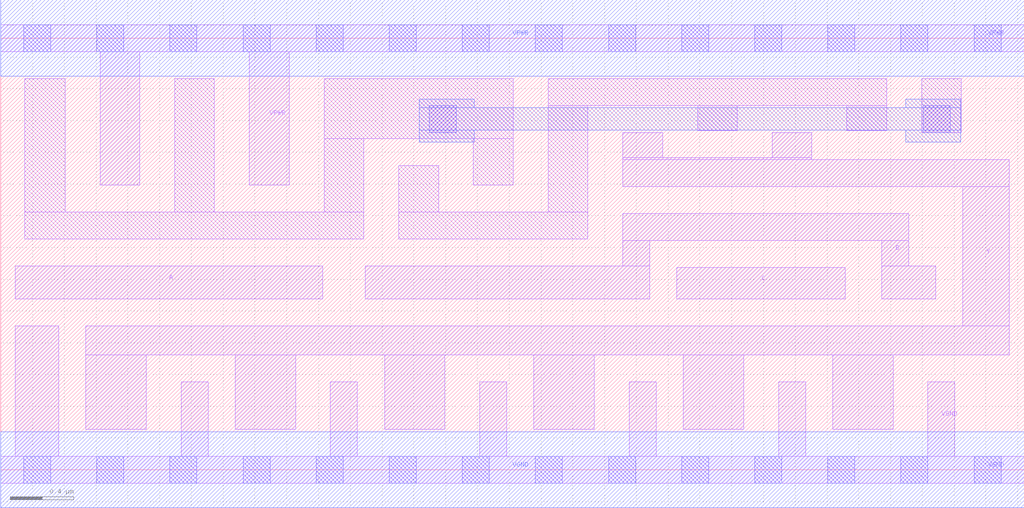
<source format=lef>
# Copyright 2020 The SkyWater PDK Authors
#
# Licensed under the Apache License, Version 2.0 (the "License");
# you may not use this file except in compliance with the License.
# You may obtain a copy of the License at
#
#     https://www.apache.org/licenses/LICENSE-2.0
#
# Unless required by applicable law or agreed to in writing, software
# distributed under the License is distributed on an "AS IS" BASIS,
# WITHOUT WARRANTIES OR CONDITIONS OF ANY KIND, either express or implied.
# See the License for the specific language governing permissions and
# limitations under the License.
#
# SPDX-License-Identifier: Apache-2.0

VERSION 5.7 ;
  NAMESCASESENSITIVE ON ;
  NOWIREEXTENSIONATPIN ON ;
  DIVIDERCHAR "/" ;
  BUSBITCHARS "[]" ;
UNITS
  DATABASE MICRONS 200 ;
END UNITS
PROPERTYDEFINITIONS
  MACRO maskLayoutSubType STRING ;
  MACRO prCellType STRING ;
  MACRO originalViewName STRING ;
END PROPERTYDEFINITIONS
MACRO sky130_fd_sc_hdll__nor3_4
  CLASS CORE ;
  FOREIGN sky130_fd_sc_hdll__nor3_4 ;
  ORIGIN  0.000000  0.000000 ;
  SIZE  6.440000 BY  2.720000 ;
  SYMMETRY X Y R90 ;
  SITE unithd ;
  PIN A
    ANTENNAGATEAREA  1.110000 ;
    DIRECTION INPUT ;
    USE SIGNAL ;
    PORT
      LAYER li1 ;
        RECT 0.090000 1.075000 2.025000 1.285000 ;
    END
  END A
  PIN B
    ANTENNAGATEAREA  1.110000 ;
    DIRECTION INPUT ;
    USE SIGNAL ;
    PORT
      LAYER li1 ;
        RECT 2.295000 1.075000 4.085000 1.285000 ;
        RECT 3.915000 1.285000 4.085000 1.445000 ;
        RECT 3.915000 1.445000 5.715000 1.615000 ;
        RECT 5.545000 1.075000 5.885000 1.285000 ;
        RECT 5.545000 1.285000 5.715000 1.445000 ;
    END
  END B
  PIN C
    ANTENNAGATEAREA  1.110000 ;
    DIRECTION INPUT ;
    USE SIGNAL ;
    PORT
      LAYER li1 ;
        RECT 4.255000 1.075000 5.315000 1.275000 ;
    END
  END C
  PIN Y
    ANTENNADIFFAREA  1.828000 ;
    DIRECTION OUTPUT ;
    USE SIGNAL ;
    PORT
      LAYER li1 ;
        RECT 0.535000 0.255000 0.915000 0.725000 ;
        RECT 0.535000 0.725000 6.345000 0.905000 ;
        RECT 1.475000 0.255000 1.855000 0.725000 ;
        RECT 2.415000 0.255000 2.795000 0.725000 ;
        RECT 3.355000 0.255000 3.735000 0.725000 ;
        RECT 3.915000 1.785000 6.345000 1.955000 ;
        RECT 3.915000 1.955000 5.105000 1.965000 ;
        RECT 3.915000 1.965000 4.165000 2.125000 ;
        RECT 4.295000 0.255000 4.675000 0.725000 ;
        RECT 4.855000 1.965000 5.105000 2.125000 ;
        RECT 5.235000 0.255000 5.615000 0.725000 ;
        RECT 6.055000 0.905000 6.345000 1.785000 ;
    END
  END Y
  PIN VGND
    DIRECTION INOUT ;
    USE GROUND ;
    PORT
      LAYER li1 ;
        RECT 0.000000 -0.085000 6.440000 0.085000 ;
        RECT 0.090000  0.085000 0.365000 0.905000 ;
        RECT 1.135000  0.085000 1.305000 0.555000 ;
        RECT 2.075000  0.085000 2.245000 0.555000 ;
        RECT 3.015000  0.085000 3.185000 0.555000 ;
        RECT 3.955000  0.085000 4.125000 0.555000 ;
        RECT 4.895000  0.085000 5.065000 0.555000 ;
        RECT 5.835000  0.085000 6.005000 0.555000 ;
      LAYER mcon ;
        RECT 0.145000 -0.085000 0.315000 0.085000 ;
        RECT 0.605000 -0.085000 0.775000 0.085000 ;
        RECT 1.065000 -0.085000 1.235000 0.085000 ;
        RECT 1.525000 -0.085000 1.695000 0.085000 ;
        RECT 1.985000 -0.085000 2.155000 0.085000 ;
        RECT 2.445000 -0.085000 2.615000 0.085000 ;
        RECT 2.905000 -0.085000 3.075000 0.085000 ;
        RECT 3.365000 -0.085000 3.535000 0.085000 ;
        RECT 3.825000 -0.085000 3.995000 0.085000 ;
        RECT 4.285000 -0.085000 4.455000 0.085000 ;
        RECT 4.745000 -0.085000 4.915000 0.085000 ;
        RECT 5.205000 -0.085000 5.375000 0.085000 ;
        RECT 5.665000 -0.085000 5.835000 0.085000 ;
        RECT 6.125000 -0.085000 6.295000 0.085000 ;
      LAYER met1 ;
        RECT 0.000000 -0.240000 6.440000 0.240000 ;
    END
  END VGND
  PIN VPWR
    DIRECTION INOUT ;
    USE POWER ;
    PORT
      LAYER li1 ;
        RECT 0.000000 2.635000 6.440000 2.805000 ;
        RECT 0.625000 1.795000 0.875000 2.635000 ;
        RECT 1.565000 1.795000 1.815000 2.635000 ;
      LAYER mcon ;
        RECT 0.145000 2.635000 0.315000 2.805000 ;
        RECT 0.605000 2.635000 0.775000 2.805000 ;
        RECT 1.065000 2.635000 1.235000 2.805000 ;
        RECT 1.525000 2.635000 1.695000 2.805000 ;
        RECT 1.985000 2.635000 2.155000 2.805000 ;
        RECT 2.445000 2.635000 2.615000 2.805000 ;
        RECT 2.905000 2.635000 3.075000 2.805000 ;
        RECT 3.365000 2.635000 3.535000 2.805000 ;
        RECT 3.825000 2.635000 3.995000 2.805000 ;
        RECT 4.285000 2.635000 4.455000 2.805000 ;
        RECT 4.745000 2.635000 4.915000 2.805000 ;
        RECT 5.205000 2.635000 5.375000 2.805000 ;
        RECT 5.665000 2.635000 5.835000 2.805000 ;
        RECT 6.125000 2.635000 6.295000 2.805000 ;
      LAYER met1 ;
        RECT 0.000000 2.480000 6.440000 2.960000 ;
    END
  END VPWR
  OBS
    LAYER li1 ;
      RECT 0.150000 1.455000 2.285000 1.625000 ;
      RECT 0.150000 1.625000 0.405000 2.465000 ;
      RECT 1.095000 1.625000 1.345000 2.465000 ;
      RECT 2.035000 1.625000 2.285000 2.085000 ;
      RECT 2.035000 2.085000 3.225000 2.465000 ;
      RECT 2.505000 1.455000 3.695000 1.625000 ;
      RECT 2.505000 1.625000 2.755000 1.915000 ;
      RECT 2.975000 1.795000 3.225000 2.085000 ;
      RECT 3.445000 1.625000 3.695000 2.295000 ;
      RECT 3.445000 2.295000 5.575000 2.465000 ;
      RECT 4.385000 2.135000 4.635000 2.295000 ;
      RECT 5.325000 2.135000 5.575000 2.295000 ;
      RECT 5.795000 2.125000 6.045000 2.465000 ;
    LAYER mcon ;
      RECT 2.695000 2.125000 2.865000 2.295000 ;
      RECT 5.805000 2.125000 5.975000 2.295000 ;
    LAYER met1 ;
      RECT 2.635000 2.065000 2.980000 2.140000 ;
      RECT 2.635000 2.140000 6.040000 2.280000 ;
      RECT 2.635000 2.280000 2.980000 2.335000 ;
      RECT 5.695000 2.065000 6.040000 2.140000 ;
      RECT 5.695000 2.280000 6.040000 2.335000 ;
  END
  PROPERTY maskLayoutSubType "abstract" ;
  PROPERTY prCellType "standard" ;
  PROPERTY originalViewName "layout" ;
END sky130_fd_sc_hdll__nor3_4

</source>
